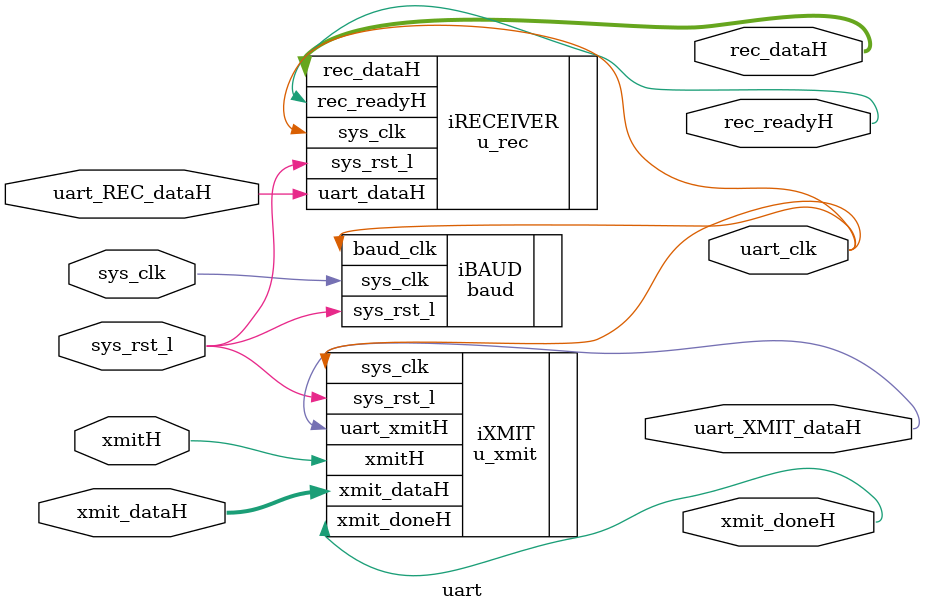
<source format=v>


module uart	(	sys_clk,
				sys_rst_l,
				uart_clk,

				// Transmitter
				uart_XMIT_dataH,
				xmitH,
				xmit_dataH,
				xmit_doneH,

				// Receiver
				uart_REC_dataH,
				rec_dataH,
				rec_readyH		
			);


`include "inc.h"				

input			sys_clk;
input			sys_rst_l;
output			uart_clk;

// Trasmitter
output			uart_XMIT_dataH;
input			xmitH;
input	[7:0]	xmit_dataH;
output			xmit_doneH;

// Receiver
input			uart_REC_dataH;
output	[7:0]	rec_dataH;
output			rec_readyH;

wire 			uart_clk;
wire	[7:0]	rec_dataH;
wire			rec_readyH;



// Instantiate the Transmitter
u_xmit  iXMIT(  .sys_clk(uart_clk),
				.sys_rst_l(sys_rst_l),

				.uart_xmitH(uart_XMIT_dataH),
				.xmitH(xmitH),
				.xmit_dataH(xmit_dataH),
				.xmit_doneH(xmit_doneH)
			);


// Instantiate the Receiver


u_rec iRECEIVER (// system connections
				.sys_rst_l(sys_rst_l),
				.sys_clk(uart_clk),

				// uart
				.uart_dataH(uart_REC_dataH),

				.rec_dataH(rec_dataH),
				.rec_readyH(rec_readyH)

				);


// Instantiate the Baud Rate Generator

baud iBAUD(	.sys_clk(sys_clk),
			.sys_rst_l(sys_rst_l),		
			.baud_clk(uart_clk)
		);



endmodule

</source>
